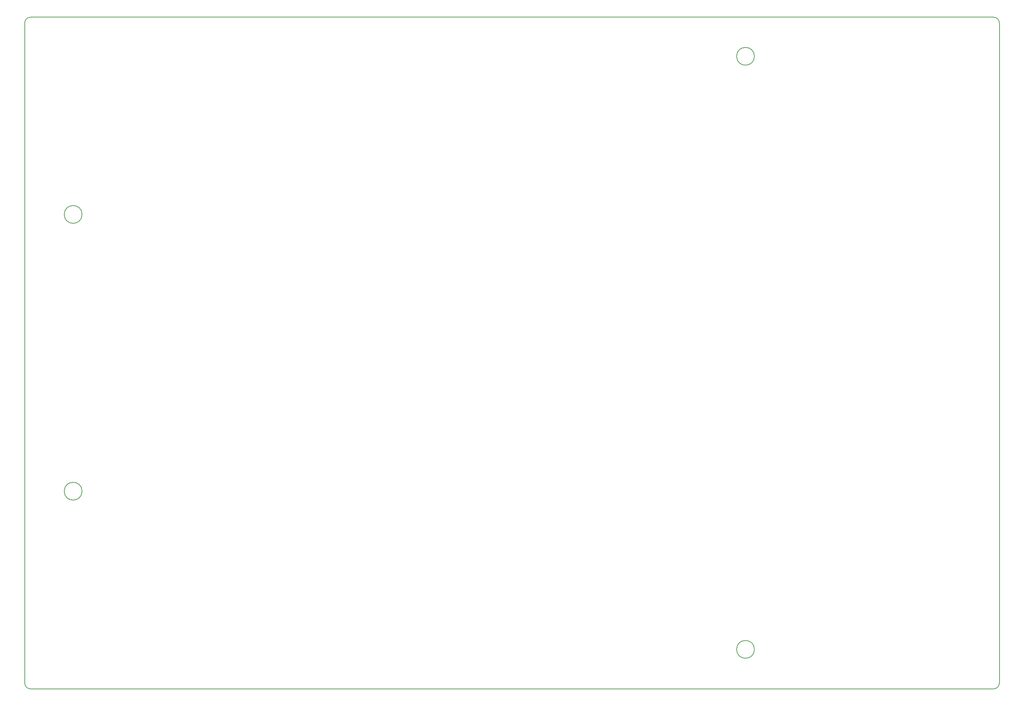
<source format=gbr>
G04 #@! TF.GenerationSoftware,KiCad,Pcbnew,5.1.2*
G04 #@! TF.CreationDate,2019-06-28T01:11:13+02:00*
G04 #@! TF.ProjectId,Relay_Controller2,52656c61-795f-4436-9f6e-74726f6c6c65,rev?*
G04 #@! TF.SameCoordinates,Original*
G04 #@! TF.FileFunction,Profile,NP*
%FSLAX46Y46*%
G04 Gerber Fmt 4.6, Leading zero omitted, Abs format (unit mm)*
G04 Created by KiCad (PCBNEW 5.1.2) date 2019-06-28 01:11:13*
%MOMM*%
%LPD*%
G04 APERTURE LIST*
%ADD10C,0.150000*%
G04 APERTURE END LIST*
D10*
X322700000Y-54600000D02*
G75*
G02X324200000Y-56100000I0J-1500000D01*
G01*
X324200000Y-223000000D02*
G75*
G02X322700000Y-224500000I-1500000J0D01*
G01*
X79250000Y-224500000D02*
G75*
G02X77750000Y-223000000I0J1500000D01*
G01*
X77750000Y-56100000D02*
G75*
G02X79250000Y-54600000I1500000J0D01*
G01*
X262250000Y-64500000D02*
G75*
G03X262250000Y-64500000I-2250000J0D01*
G01*
X92250000Y-104500000D02*
G75*
G03X92250000Y-104500000I-2250000J0D01*
G01*
X92250000Y-174500000D02*
G75*
G03X92250000Y-174500000I-2250000J0D01*
G01*
X262250000Y-214500000D02*
G75*
G03X262250000Y-214500000I-2250000J0D01*
G01*
X77750000Y-223000000D02*
X77750000Y-56100000D01*
X322700000Y-224500000D02*
X79250000Y-224500000D01*
X324200000Y-56100000D02*
X324200000Y-223000000D01*
X79250000Y-54600000D02*
X322700000Y-54600000D01*
M02*

</source>
